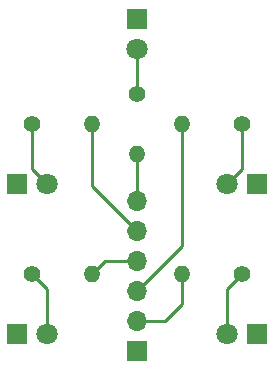
<source format=gbr>
%TF.GenerationSoftware,KiCad,Pcbnew,7.0.8*%
%TF.CreationDate,2023-11-19T21:35:35-05:00*%
%TF.ProjectId,Light Pcb,4c696768-7420-4506-9362-2e6b69636164,rev?*%
%TF.SameCoordinates,Original*%
%TF.FileFunction,Copper,L1,Top*%
%TF.FilePolarity,Positive*%
%FSLAX46Y46*%
G04 Gerber Fmt 4.6, Leading zero omitted, Abs format (unit mm)*
G04 Created by KiCad (PCBNEW 7.0.8) date 2023-11-19 21:35:35*
%MOMM*%
%LPD*%
G01*
G04 APERTURE LIST*
%TA.AperFunction,ComponentPad*%
%ADD10C,1.400000*%
%TD*%
%TA.AperFunction,ComponentPad*%
%ADD11O,1.400000X1.400000*%
%TD*%
%TA.AperFunction,ComponentPad*%
%ADD12R,1.800000X1.800000*%
%TD*%
%TA.AperFunction,ComponentPad*%
%ADD13C,1.800000*%
%TD*%
%TA.AperFunction,ComponentPad*%
%ADD14R,1.700000X1.700000*%
%TD*%
%TA.AperFunction,ComponentPad*%
%ADD15O,1.700000X1.700000*%
%TD*%
%TA.AperFunction,Conductor*%
%ADD16C,0.250000*%
%TD*%
G04 APERTURE END LIST*
D10*
%TO.P,R1,1*%
%TO.N,Net-(D1-A)*%
X101600000Y-55880000D03*
D11*
%TO.P,R1,2*%
%TO.N,Net-(J1-Pin_6)*%
X101600000Y-60960000D03*
%TD*%
D10*
%TO.P,R3,1*%
%TO.N,Net-(D3-A)*%
X92710000Y-71120000D03*
D11*
%TO.P,R3,2*%
%TO.N,Net-(J1-Pin_4)*%
X97790000Y-71120000D03*
%TD*%
D10*
%TO.P,R2,1*%
%TO.N,Net-(D2-A)*%
X92710000Y-58420000D03*
D11*
%TO.P,R2,2*%
%TO.N,Net-(J1-Pin_5)*%
X97790000Y-58420000D03*
%TD*%
D12*
%TO.P,D1,1,K*%
%TO.N,Net-(D1-K)*%
X101600000Y-49530000D03*
D13*
%TO.P,D1,2,A*%
%TO.N,Net-(D1-A)*%
X101600000Y-52070000D03*
%TD*%
D14*
%TO.P,J1,1,Pin_1*%
%TO.N,Net-(D1-K)*%
X101600000Y-77660000D03*
D15*
%TO.P,J1,2,Pin_2*%
%TO.N,Net-(J1-Pin_2)*%
X101600000Y-75120000D03*
%TO.P,J1,3,Pin_3*%
%TO.N,Net-(J1-Pin_3)*%
X101600000Y-72580000D03*
%TO.P,J1,4,Pin_4*%
%TO.N,Net-(J1-Pin_4)*%
X101600000Y-70040000D03*
%TO.P,J1,5,Pin_5*%
%TO.N,Net-(J1-Pin_5)*%
X101600000Y-67500000D03*
%TO.P,J1,6,Pin_6*%
%TO.N,Net-(J1-Pin_6)*%
X101600000Y-64960000D03*
%TD*%
D10*
%TO.P,R4,1*%
%TO.N,Net-(D4-A)*%
X110490000Y-71120000D03*
D11*
%TO.P,R4,2*%
%TO.N,Net-(J1-Pin_2)*%
X105410000Y-71120000D03*
%TD*%
D12*
%TO.P,D2,1,K*%
%TO.N,Net-(D1-K)*%
X91440000Y-63500000D03*
D13*
%TO.P,D2,2,A*%
%TO.N,Net-(D2-A)*%
X93980000Y-63500000D03*
%TD*%
D12*
%TO.P,D5,1,K*%
%TO.N,Net-(D1-K)*%
X111760000Y-63500000D03*
D13*
%TO.P,D5,2,A*%
%TO.N,Net-(D5-A)*%
X109220000Y-63500000D03*
%TD*%
D12*
%TO.P,D4,1,K*%
%TO.N,Net-(D1-K)*%
X111760000Y-76200000D03*
D13*
%TO.P,D4,2,A*%
%TO.N,Net-(D4-A)*%
X109220000Y-76200000D03*
%TD*%
D10*
%TO.P,R5,1*%
%TO.N,Net-(D5-A)*%
X110490000Y-58420000D03*
D11*
%TO.P,R5,2*%
%TO.N,Net-(J1-Pin_3)*%
X105410000Y-58420000D03*
%TD*%
D12*
%TO.P,D3,1,K*%
%TO.N,Net-(D1-K)*%
X91440000Y-76200000D03*
D13*
%TO.P,D3,2,A*%
%TO.N,Net-(D3-A)*%
X93980000Y-76200000D03*
%TD*%
D16*
%TO.N,Net-(D1-A)*%
X101600000Y-52070000D02*
X101600000Y-55880000D01*
%TO.N,Net-(D2-A)*%
X93980000Y-63500000D02*
X92710000Y-62230000D01*
X92710000Y-62230000D02*
X92710000Y-58420000D01*
%TO.N,Net-(D3-A)*%
X92710000Y-71120000D02*
X93980000Y-72390000D01*
X93980000Y-72390000D02*
X93980000Y-76200000D01*
%TO.N,Net-(D4-A)*%
X110490000Y-71120000D02*
X109220000Y-72390000D01*
X109220000Y-72390000D02*
X109220000Y-76200000D01*
%TO.N,Net-(D5-A)*%
X110490000Y-62230000D02*
X110490000Y-58420000D01*
X109220000Y-63500000D02*
X110490000Y-62230000D01*
%TO.N,Net-(J1-Pin_2)*%
X103950000Y-75120000D02*
X105410000Y-73660000D01*
X105410000Y-73660000D02*
X105410000Y-71120000D01*
X101600000Y-75120000D02*
X103950000Y-75120000D01*
%TO.N,Net-(J1-Pin_3)*%
X105410000Y-58420000D02*
X105410000Y-68770000D01*
X105410000Y-68770000D02*
X101600000Y-72580000D01*
%TO.N,Net-(J1-Pin_4)*%
X98870000Y-70040000D02*
X97790000Y-71120000D01*
X101600000Y-70040000D02*
X98870000Y-70040000D01*
%TO.N,Net-(J1-Pin_5)*%
X97790000Y-58420000D02*
X97790000Y-63690000D01*
X97790000Y-63690000D02*
X101600000Y-67500000D01*
%TO.N,Net-(J1-Pin_6)*%
X101600000Y-60960000D02*
X101600000Y-64960000D01*
%TD*%
M02*

</source>
